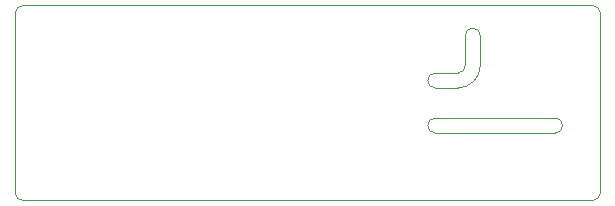
<source format=gko>
G04 (created by PCBNEW (2013-07-07 BZR 4022)-stable) date Sat 06 Aug 2022 08:08:16 PM CDT*
%MOIN*%
G04 Gerber Fmt 3.4, Leading zero omitted, Abs format*
%FSLAX34Y34*%
G01*
G70*
G90*
G04 APERTURE LIST*
%ADD10C,0.00590551*%
%ADD11C,0.00393701*%
G04 APERTURE END LIST*
G54D10*
G54D11*
X83000Y-53250D02*
X83500Y-53250D01*
X83000Y-59750D02*
X83500Y-59750D01*
X78250Y-56000D02*
X79000Y-56000D01*
X78250Y-55500D02*
X79000Y-55500D01*
X79750Y-54250D02*
X79750Y-55250D01*
X79250Y-55250D02*
X79250Y-54250D01*
X79000Y-56000D02*
G75*
G03X79750Y-55250I0J750D01*
G74*
G01*
X79750Y-54250D02*
G75*
G03X79500Y-54000I-250J0D01*
G74*
G01*
X79500Y-54000D02*
G75*
G03X79250Y-54250I0J-250D01*
G74*
G01*
X79000Y-55500D02*
G75*
G03X79250Y-55250I0J250D01*
G74*
G01*
X78250Y-55500D02*
G75*
G03X78000Y-55750I0J-250D01*
G74*
G01*
X78000Y-55750D02*
G75*
G03X78250Y-56000I250J0D01*
G74*
G01*
X82250Y-57500D02*
G75*
G03X82500Y-57250I0J250D01*
G74*
G01*
X82500Y-57250D02*
G75*
G03X82250Y-57000I-250J0D01*
G74*
G01*
X78250Y-57500D02*
X82250Y-57500D01*
X78250Y-57000D02*
X82250Y-57000D01*
X78000Y-57250D02*
G75*
G03X78250Y-57500I250J0D01*
G74*
G01*
X78250Y-57000D02*
G75*
G03X78000Y-57250I0J-250D01*
G74*
G01*
X64250Y-59500D02*
X64250Y-53500D01*
X83000Y-59750D02*
X64500Y-59750D01*
X83750Y-53500D02*
X83750Y-59500D01*
X64500Y-53250D02*
X83000Y-53250D01*
X83500Y-59750D02*
G75*
G03X83750Y-59500I0J250D01*
G74*
G01*
X83750Y-53500D02*
G75*
G03X83500Y-53250I-250J0D01*
G74*
G01*
X64500Y-53250D02*
G75*
G03X64250Y-53500I0J-250D01*
G74*
G01*
X64250Y-59500D02*
G75*
G03X64500Y-59750I250J0D01*
G74*
G01*
M02*

</source>
